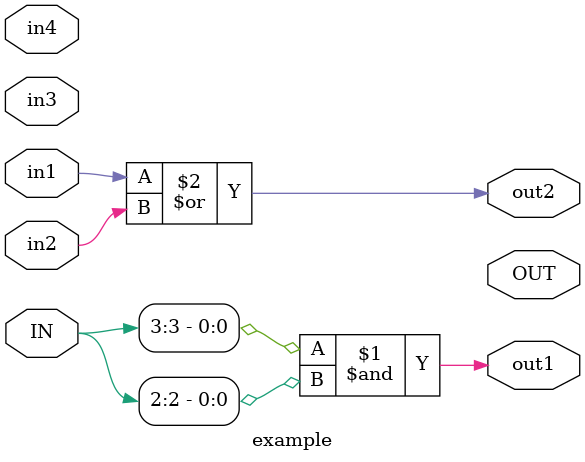
<source format=v>
module example (input [3:0] IN,  input in1,in2,in3,in4,
					output [1:0] OUT, output out1,out2);

wire cable;
wire [4:0] elmabus;
and a1(out1, IN[3], IN[2]);
or or1(out2, in1, in2);
	
endmodule 
</source>
